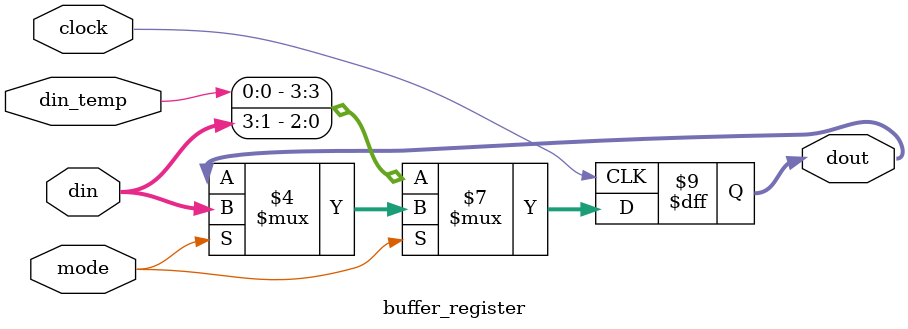
<source format=v>


module buffer_register(input mode, clock, din_temp, input [3:0] din, output reg [3:0] dout);
    always@(posedge clock)
        begin 
            if(mode == 0)
                dout <= {din_temp, din[3:1]};
            else if(mode == 1)
                dout <= din; 
        end 
endmodule 

</source>
